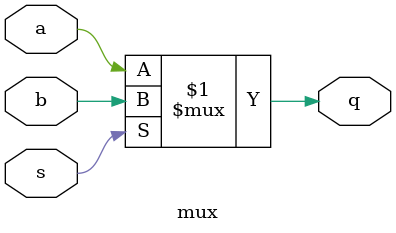
<source format=v>
`timescale 1ns / 1ps
module mux(
a,
b,
s,
q
);
input a;
input b;
input s;
output q;
wire q;
assign q=s?b:a;
endmodule
</source>
